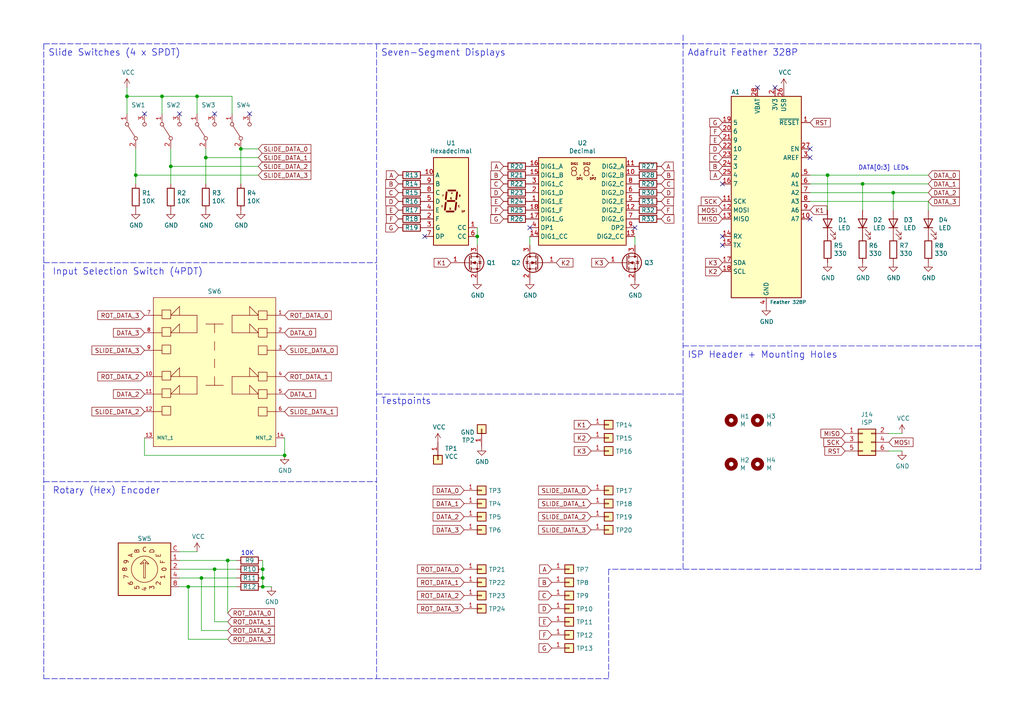
<source format=kicad_sch>
(kicad_sch (version 20211123) (generator eeschema)
  (paper "A4")
  (title_block (title "M5TC-2022-U4BN") (date "2022-02-23") (rev "v1.0") (company "M5 Makerspace") (comment 3 "LICENSE: CC BY 4.0") (comment 4 "Authors: Akshat Sahay, Chris Caron"))
  (lib_symbols
    (symbol "4PDT:EG4208A" (pin_names (offset 1.016))
      (property "Reference" "SW" (at 0 7.62 0))
      (property "Value" "EG4208A" (at 0 10.16 0))
      (symbol "EG4208A_1_1"
        (pin passive line (at 43.18 0 180) (length 2.54) (name "1") (number "1"))
        (pin passive line (at 2.54 -17.78 0) (length 2.54) (name "10") (number "10"))
        (pin passive line (at 2.54 -22.86 0) (length 2.54) (name "11") (number "11"))
        (pin passive line (at 2.54 -27.94 0) (length 2.54) (name "12") (number "12"))
        (pin passive line (at 2.54 -35.56 0) (length 2.54) (name "MNT_1") (number "13"))
        (pin passive line (at 43.18 -35.56 180) (length 2.54) (name "MNT_2") (number "14"))
        (pin passive line (at 43.18 -5.08 180) (length 2.54) (name "2") (number "2"))
        (pin passive line (at 43.18 -10.16 180) (length 2.54) (name "3") (number "3"))
        (pin passive line (at 43.18 -17.78 180) (length 2.54) (name "4") (number "4"))
        (pin passive line (at 43.18 -22.86 180) (length 2.54) (name "5") (number "5"))
        (pin passive line (at 43.18 -27.94 180) (length 2.54) (name "6") (number "6"))
        (pin passive line (at 2.54 0 0) (length 2.54) (name "7") (number "7"))
        (pin passive line (at 2.54 -5.08 0) (length 2.54) (name "8") (number "8"))
        (pin passive line (at 2.54 -10.16 0) (length 2.54) (name "9") (number "9"))
      )
    )
    (symbol "Connector_Generic:Conn_01x01" (pin_names (offset 1.016) hide)
      (property "Reference" "J" (at 0 2.54 0))
      (property "Value" "Conn_01x01" (at 0 -2.54 0))
      (symbol "Conn_01x01_1_1"
        (pin passive line (at -5.08 0 0) (length 3.81) (name "Pin_1") (number "1"))
      )
    )
    (symbol "Connector_Generic:Conn_02x03_Odd_Even" (pin_names (offset 1.016) hide)
      (property "Reference" "J" (at 1.27 5.08 0))
      (property "Value" "Conn_02x03_Odd_Even" (at 1.27 -5.08 0))
      (symbol "Conn_02x03_Odd_Even_1_1"
        (pin passive line (at -5.08 2.54 0) (length 3.81) (name "Pin_1") (number "1"))
        (pin passive line (at 7.62 2.54 180) (length 3.81) (name "Pin_2") (number "2"))
        (pin passive line (at -5.08 0 0) (length 3.81) (name "Pin_3") (number "3"))
        (pin passive line (at 7.62 0 180) (length 3.81) (name "Pin_4") (number "4"))
        (pin passive line (at -5.08 -2.54 0) (length 3.81) (name "Pin_5") (number "5"))
        (pin passive line (at 7.62 -2.54 180) (length 3.81) (name "Pin_6") (number "6"))
      )
    )
    (symbol "Device:LED" (pin_numbers hide) (pin_names (offset 1.016) hide)
      (property "Reference" "D" (at 0 2.54 0))
      (property "Value" "LED" (at 0 -2.54 0))
      (symbol "LED_1_1"
        (pin passive line (at -3.81 0 0) (length 2.54) (name "K") (number "1"))
        (pin passive line (at 3.81 0 180) (length 2.54) (name "A") (number "2"))
      )
    )
    (symbol "Device:R" (pin_numbers hide) (pin_names (offset 0))
      (property "Reference" "R" (at 2.032 0 90))
      (property "Value" "R" (at 0 0 90))
      (symbol "R_1_1"
        (pin passive line (at 0 3.81 270) (length 1.27) (name "~") (number "1"))
        (pin passive line (at 0 -3.81 90) (length 1.27) (name "~") (number "2"))
      )
    )
    (symbol "Display_Character:DC56-11SURKWA"
      (property "Reference" "U" (at -11.43 13.97 0))
      (property "Value" "DC56-11SURKWA" (at 12.065 13.97 0))
      (symbol "DC56-11SURKWA_0_0"
        (text "8.8." (at 0 8.636 0) (effects (font (size 2.54 2.54))))
        (text "DIG1" (at -2.286 10.922 0) (effects (font (size 0.635 0.635))))
        (text "DIG2" (at 1.27 10.922 0) (effects (font (size 0.635 0.635))))
        (text "DP1" (at -0.762 6.604 0) (effects (font (size 0.635 0.635))))
        (text "DP2" (at 3.048 6.604 0) (effects (font (size 0.635 0.635))))
      )
      (symbol "DC56-11SURKWA_1_1"
        (pin input line (at -15.24 0 0) (length 2.54) (name "DIG1_E") (number "1"))
        (pin input line (at 15.24 7.62 180) (length 2.54) (name "DIG2_B") (number "10"))
        (pin input line (at 15.24 10.16 180) (length 2.54) (name "DIG2_A") (number "11"))
        (pin input line (at 15.24 -2.54 180) (length 2.54) (name "DIG2_F") (number "12"))
        (pin input line (at 15.24 -10.16 180) (length 2.54) (name "DIG2_CC") (number "13"))
        (pin input line (at -15.24 -10.16 0) (length 2.54) (name "DIG1_CC") (number "14"))
        (pin input line (at -15.24 7.62 0) (length 2.54) (name "DIG1_B") (number "15"))
        (pin input line (at -15.24 10.16 0) (length 2.54) (name "DIG1_A") (number "16"))
        (pin input line (at -15.24 -5.08 0) (length 2.54) (name "DIG1_G") (number "17"))
        (pin input line (at -15.24 -2.54 0) (length 2.54) (name "DIG1_F") (number "18"))
        (pin input line (at -15.24 2.54 0) (length 2.54) (name "DIG1_D") (number "2"))
        (pin input line (at -15.24 5.08 0) (length 2.54) (name "DIG1_C") (number "3"))
        (pin input line (at -15.24 -7.62 0) (length 2.54) (name "DP1") (number "4"))
        (pin input line (at 15.24 0 180) (length 2.54) (name "DIG2_E") (number "5"))
        (pin input line (at 15.24 2.54 180) (length 2.54) (name "DIG2_D") (number "6"))
        (pin input line (at 15.24 -5.08 180) (length 2.54) (name "DIG2_G") (number "7"))
        (pin input line (at 15.24 5.08 180) (length 2.54) (name "DIG2_C") (number "8"))
        (pin input line (at 15.24 -7.62 180) (length 2.54) (name "DP2") (number "9"))
      )
    )
    (symbol "Display_Character:HDSP-7503"
      (property "Reference" "U" (at -3.81 13.97 0))
      (property "Value" "HDSP-7503" (at 6.35 13.97 0))
      (symbol "HDSP-7503_1_0"
        (text "A" (at 0.254 2.413 0) (effects (font (size 0.508 0.508))))
        (text "B" (at 2.54 1.651 0) (effects (font (size 0.508 0.508))))
        (text "C" (at 2.286 -1.397 0) (effects (font (size 0.508 0.508))))
        (text "D" (at -0.254 -2.159 0) (effects (font (size 0.508 0.508))))
        (text "DP" (at 3.556 -2.921 0) (effects (font (size 0.508 0.508))))
        (text "E" (at -2.54 -1.397 0) (effects (font (size 0.508 0.508))))
        (text "F" (at -2.286 1.651 0) (effects (font (size 0.508 0.508))))
        (text "G" (at 0 0.889 0) (effects (font (size 0.508 0.508))))
      )
      (symbol "HDSP-7503_1_1"
        (pin input line (at 7.62 -7.62 180) (length 2.54) (name "CC") (number "1"))
        (pin input line (at -7.62 7.62 0) (length 2.54) (name "A") (number "10"))
        (pin input line (at -7.62 -5.08 0) (length 2.54) (name "F") (number "2"))
        (pin input line (at -7.62 -7.62 0) (length 2.54) (name "G") (number "3"))
        (pin input line (at -7.62 -2.54 0) (length 2.54) (name "E") (number "4"))
        (pin input line (at -7.62 0 0) (length 2.54) (name "D") (number "5"))
        (pin input line (at 7.62 -10.16 180) (length 2.54) (name "CC") (number "6"))
        (pin input line (at -7.62 -10.16 0) (length 2.54) (name "DP") (number "7"))
        (pin input line (at -7.62 2.54 0) (length 2.54) (name "C") (number "8"))
        (pin input line (at -7.62 5.08 0) (length 2.54) (name "B") (number "9"))
      )
    )
    (symbol "MCU_Module_Feather:Adafruit_Feather_328P"
      (property "Reference" "A" (at -10.16 29.21 0))
      (property "Value" "Adafruit_Feather_328P" (at 2.54 -31.75 0))
      (symbol "Adafruit_Feather_328P_1_1"
        (pin input line (at 12.7 20.32 180) (length 2.54) (name "~{RESET}") (number "1"))
        (pin bidirectional line (at 12.7 -7.62 180) (length 2.54) (name "A7") (number "10"))
        (pin bidirectional line (at -12.7 -2.54 0) (length 2.54) (name "SCK") (number "11"))
        (pin bidirectional line (at -12.7 -5.08 0) (length 2.54) (name "MOSI") (number "12"))
        (pin bidirectional line (at -12.7 -7.62 0) (length 2.54) (name "MISO") (number "13"))
        (pin bidirectional line (at -12.7 -12.7 0) (length 2.54) (name "RX") (number "14"))
        (pin bidirectional line (at -12.7 -15.24 0) (length 2.54) (name "TX") (number "15"))
        (pin bidirectional line (at -12.7 2.54 0) (length 2.54) (name "7") (number "16"))
        (pin bidirectional line (at -12.7 -20.32 0) (length 2.54) (name "SDA") (number "17"))
        (pin bidirectional line (at -12.7 -22.86 0) (length 2.54) (name "SCL") (number "18"))
        (pin bidirectional line (at -12.7 20.32 0) (length 2.54) (name "5") (number "19"))
        (pin power_in line (at 2.54 30.48 270) (length 2.54) (name "3V3") (number "2"))
        (pin bidirectional line (at -12.7 17.78 0) (length 2.54) (name "6") (number "20"))
        (pin bidirectional line (at -12.7 15.24 0) (length 2.54) (name "9") (number "21"))
        (pin bidirectional line (at -12.7 12.7 0) (length 2.54) (name "10") (number "22"))
        (pin bidirectional line (at -12.7 10.16 0) (length 2.54) (name "2") (number "23"))
        (pin bidirectional line (at -12.7 7.62 0) (length 2.54) (name "3") (number "24"))
        (pin bidirectional line (at -12.7 5.08 0) (length 2.54) (name "4") (number "25"))
        (pin power_in line (at 5.08 30.48 270) (length 2.54) (name "USB") (number "26"))
        (pin input line (at 12.7 12.7 180) (length 2.54) (name "EN") (number "27"))
        (pin power_in line (at -2.54 30.48 270) (length 2.54) (name "VBAT") (number "28"))
        (pin input line (at 12.7 10.16 180) (length 2.54) (name "AREF") (number "3"))
        (pin power_in line (at 0 -33.02 90) (length 2.54) (name "GND") (number "4"))
        (pin bidirectional line (at 12.7 5.08 180) (length 2.54) (name "A0") (number "5"))
        (pin bidirectional line (at 12.7 2.54 180) (length 2.54) (name "A1") (number "6"))
        (pin bidirectional line (at 12.7 0 180) (length 2.54) (name "A2") (number "7"))
        (pin bidirectional line (at 12.7 -2.54 180) (length 2.54) (name "A3") (number "8"))
        (pin bidirectional line (at 12.7 -5.08 180) (length 2.54) (name "A6") (number "9"))
      )
    )
    (symbol "Mechanical:MountingHole" (pin_names (offset 1.016))
      (property "Reference" "H" (at 0 5.08 0))
      (property "Value" "MountingHole" (at 0 3.175 0))
    )
    (symbol "Switch:SW_Coded_SH-7050" (pin_names hide)
      (property "Reference" "SW" (at -7.62 8.89 0))
      (property "Value" "SW_Coded_SH-7050" (at -7.62 -8.89 0))
      (symbol "SW_Coded_SH-7050_0_0"
        (text "0" (at 5.715 0 2700) (effects (font (size 1.27 1.27))))
        (text "1" (at 5.2832 -2.1844 2475) (effects (font (size 1.27 1.27))))
        (text "2" (at 4.0386 -4.0386 2250) (effects (font (size 1.27 1.27))))
        (text "3" (at 2.1844 -5.2832 2025) (effects (font (size 1.27 1.27))))
        (text "4" (at 0 -5.715 1800) (effects (font (size 1.27 1.27))))
        (text "5" (at -2.1844 -5.2832 1575) (effects (font (size 1.27 1.27))))
        (text "6" (at -4.0386 -4.0386 1350) (effects (font (size 1.27 1.27))))
        (text "7" (at -5.2832 -2.1844 1125) (effects (font (size 1.27 1.27))))
        (text "8" (at -5.715 0 900) (effects (font (size 1.27 1.27))))
        (text "9" (at -5.2832 2.1844 675) (effects (font (size 1.27 1.27))))
        (text "A" (at -4.0386 4.0386 450) (effects (font (size 1.27 1.27))))
        (text "B" (at -2.1844 5.2832 225) (effects (font (size 1.27 1.27))))
        (text "C" (at 0 5.715 0) (effects (font (size 1.27 1.27))))
        (text "D" (at 2.1844 5.2832 3375) (effects (font (size 1.27 1.27))))
        (text "E" (at 4.0386 4.0386 3150) (effects (font (size 1.27 1.27))))
        (text "F" (at 5.2832 2.1844 2925) (effects (font (size 1.27 1.27))))
      )
      (symbol "SW_Coded_SH-7050_1_1"
        (pin passive line (at 10.16 2.54 180) (length 2.54) (name "1") (number "1"))
        (pin passive line (at 10.16 0 180) (length 2.54) (name "2") (number "2"))
        (pin passive line (at 10.16 -2.54 180) (length 2.54) (name "4") (number "4"))
        (pin passive line (at 10.16 -5.08 180) (length 2.54) (name "8") (number "8"))
        (pin passive line (at 10.16 5.08 180) (length 2.54) (name "C") (number "C"))
      )
    )
    (symbol "Switch:SW_SPDT" (pin_names (offset 0) hide)
      (property "Reference" "SW" (at 0 4.318 0))
      (property "Value" "SW_SPDT" (at 0 -5.08 0))
      (symbol "SW_SPDT_1_1"
        (pin passive line (at 5.08 2.54 180) (length 2.54) (name "A") (number "1"))
        (pin passive line (at -5.08 0 0) (length 2.54) (name "B") (number "2"))
        (pin passive line (at 5.08 -2.54 180) (length 2.54) (name "C") (number "3"))
      )
    )
    (symbol "Transistor_FET:2N7002" (pin_names hide)
      (property "Reference" "Q" (at 5.08 1.905 0))
      (property "Value" "2N7002" (at 5.08 0 0))
      (symbol "2N7002_1_1"
        (pin input line (at -5.08 0 0) (length 2.54) (name "G") (number "1"))
        (pin passive line (at 2.54 -5.08 90) (length 2.54) (name "S") (number "2"))
        (pin passive line (at 2.54 5.08 270) (length 2.54) (name "D") (number "3"))
      )
    )
    (symbol "power:GND" (power) (pin_names (offset 0))
      (property "Value" "GND" (at 0 -3.81 0))
      (symbol "GND_1_1"
        (pin power_in line (at 0 0 270) (length 0) hide (name "GND") (number "1"))
      )
    )
    (symbol "power:VCC" (power) (pin_names (offset 0))
      (property "Value" "VCC" (at 0 3.81 0))
      (symbol "VCC_1_1"
        (pin power_in line (at 0 0 90) (length 0) hide (name "VCC") (number "1"))
      )
    )
  )
  (junction (at 58.42 167.64))
  (junction (at 76.2 170.18))
  (junction (at 57.15 27.94))
  (junction (at 69.85 43.18))
  (junction (at 138.43 68.58))
  (junction (at 76.2 165.1))
  (junction (at 240.03 50.8))
  (junction (at 59.69 45.72))
  (junction (at 54.61 170.18))
  (junction (at 259.08 55.88))
  (junction (at 46.99 27.94))
  (junction (at 82.55 132.08))
  (junction (at 76.2 167.64))
  (junction (at 62.23 165.1))
  (junction (at 36.83 27.94))
  (junction (at 250.19 53.34))
  (junction (at 49.53 48.26))
  (junction (at 39.37 50.8))
  (junction (at 66.04 162.56))
  (no_connect (at 209.55 53.34))
  (no_connect (at 72.39 33.02))
  (no_connect (at 52.07 33.02))
  (no_connect (at 234.95 43.18))
  (no_connect (at 209.55 71.12))
  (no_connect (at 62.23 33.02))
  (no_connect (at 224.79 25.4))
  (no_connect (at 153.67 66.04))
  (no_connect (at 123.19 68.58))
  (no_connect (at 209.55 68.58))
  (no_connect (at 234.95 45.72))
  (no_connect (at 184.15 66.04))
  (no_connect (at 234.95 63.5))
  (no_connect (at 219.71 25.4))
  (no_connect (at 41.91 33.02))
  (wire (pts (xy 234.95 58.42) (xy 269.24 58.42)))
  (wire (pts (xy 66.04 162.56) (xy 68.58 162.56)))
  (polyline (pts (xy 12.7 196.85) (xy 176.53 196.85)))
  (wire (pts (xy 74.93 43.18) (xy 69.85 43.18)))
  (wire (pts (xy 250.19 53.34) (xy 250.19 60.96)))
  (wire (pts (xy 52.07 167.64) (xy 58.42 167.64)))
  (wire (pts (xy 57.15 27.94) (xy 57.15 33.02)))
  (wire (pts (xy 153.67 68.58) (xy 153.67 71.12)))
  (wire (pts (xy 234.95 55.88) (xy 259.08 55.88)))
  (polyline (pts (xy 109.22 114.3) (xy 198.12 114.3)))
  (wire (pts (xy 82.55 127) (xy 82.55 132.08)))
  (wire (pts (xy 52.07 162.56) (xy 66.04 162.56)))
  (wire (pts (xy 36.83 27.94) (xy 36.83 33.02)))
  (wire (pts (xy 67.31 27.94) (xy 57.15 27.94)))
  (polyline (pts (xy 109.22 12.7) (xy 109.22 196.85)))
  (wire (pts (xy 36.83 25.4) (xy 36.83 27.94)))
  (wire (pts (xy 62.23 180.34) (xy 66.04 180.34)))
  (polyline (pts (xy 176.53 165.1) (xy 176.53 196.85)))
  (wire (pts (xy 138.43 66.04) (xy 138.43 68.58)))
  (wire (pts (xy 57.15 160.02) (xy 52.07 160.02)))
  (wire (pts (xy 46.99 27.94) (xy 46.99 33.02)))
  (wire (pts (xy 240.03 50.8) (xy 240.03 60.96)))
  (wire (pts (xy 54.61 185.42) (xy 66.04 185.42)))
  (wire (pts (xy 59.69 43.18) (xy 59.69 45.72)))
  (wire (pts (xy 259.08 55.88) (xy 269.24 55.88)))
  (wire (pts (xy 52.07 165.1) (xy 62.23 165.1)))
  (wire (pts (xy 257.81 130.81) (xy 261.62 130.81)))
  (wire (pts (xy 240.03 50.8) (xy 269.24 50.8)))
  (wire (pts (xy 234.95 53.34) (xy 250.19 53.34)))
  (wire (pts (xy 74.93 50.8) (xy 39.37 50.8)))
  (wire (pts (xy 67.31 27.94) (xy 67.31 33.02)))
  (wire (pts (xy 54.61 170.18) (xy 68.58 170.18)))
  (polyline (pts (xy 284.48 165.1) (xy 176.53 165.1)))
  (wire (pts (xy 261.62 125.73) (xy 257.81 125.73)))
  (wire (pts (xy 76.2 170.18) (xy 76.2 167.64)))
  (polyline (pts (xy 12.7 12.7) (xy 12.7 196.85)))
  (wire (pts (xy 39.37 43.18) (xy 39.37 50.8)))
  (wire (pts (xy 74.93 45.72) (xy 59.69 45.72)))
  (wire (pts (xy 184.15 68.58) (xy 184.15 71.12)))
  (wire (pts (xy 82.55 132.08) (xy 41.91 132.08)))
  (wire (pts (xy 66.04 162.56) (xy 66.04 177.8)))
  (wire (pts (xy 62.23 165.1) (xy 62.23 180.34)))
  (polyline (pts (xy 12.7 139.7) (xy 109.22 139.7)))
  (wire (pts (xy 259.08 55.88) (xy 259.08 60.96)))
  (polyline (pts (xy 198.12 100.33) (xy 284.48 100.33)))
  (wire (pts (xy 58.42 167.64) (xy 58.42 182.88)))
  (wire (pts (xy 76.2 170.18) (xy 78.74 170.18)))
  (wire (pts (xy 36.83 27.94) (xy 46.99 27.94)))
  (wire (pts (xy 74.93 48.26) (xy 49.53 48.26)))
  (wire (pts (xy 54.61 170.18) (xy 54.61 185.42)))
  (polyline (pts (xy 198.12 10.16) (xy 198.12 165.1)))
  (polyline (pts (xy 12.7 76.2) (xy 109.22 76.2)))
  (wire (pts (xy 39.37 50.8) (xy 39.37 53.34)))
  (wire (pts (xy 58.42 167.64) (xy 68.58 167.64)))
  (polyline (pts (xy 12.7 12.7) (xy 284.48 12.7)))
  (wire (pts (xy 59.69 45.72) (xy 59.69 53.34)))
  (wire (pts (xy 46.99 27.94) (xy 57.15 27.94)))
  (wire (pts (xy 49.53 48.26) (xy 49.53 53.34)))
  (wire (pts (xy 138.43 71.12) (xy 138.43 68.58)))
  (wire (pts (xy 234.95 50.8) (xy 240.03 50.8)))
  (wire (pts (xy 62.23 165.1) (xy 68.58 165.1)))
  (wire (pts (xy 76.2 165.1) (xy 76.2 162.56)))
  (wire (pts (xy 58.42 182.88) (xy 66.04 182.88)))
  (wire (pts (xy 250.19 53.34) (xy 269.24 53.34)))
  (polyline (pts (xy 284.48 12.7) (xy 284.48 165.1)))
  (wire (pts (xy 52.07 170.18) (xy 54.61 170.18)))
  (wire (pts (xy 49.53 43.18) (xy 49.53 48.26)))
  (wire (pts (xy 69.85 43.18) (xy 69.85 53.34)))
  (wire (pts (xy 76.2 167.64) (xy 76.2 165.1)))
  (wire (pts (xy 269.24 58.42) (xy 269.24 60.96)))
  (wire (pts (xy 41.91 127) (xy 41.91 132.08)))
  (text "Seven-Segment Displays" (at 110.49 16.51 0) (effects (font (size 1.905 1.905)) (justify left bottom)))
  (text "DATA[0:3] LEDs" (at 248.92 49.53 0) (effects (font (size 1.27 1.27)) (justify left bottom)))
  (text "Adafruit Feather 328P" (at 199.39 16.51 0) (effects (font (size 1.905 1.905)) (justify left bottom)))
  (text "Rotary (Hex) Encoder " (at 15.24 143.51 0) (effects (font (size 1.905 1.905)) (justify left bottom)))
  (text "10K\n" (at 69.85 161.29 0) (effects (font (size 1.27 1.27)) (justify left bottom)))
  (text "Slide Switches (4 x SPDT)" (at 13.97 16.51 0) (effects (font (size 1.905 1.905)) (justify left bottom)))
  (text "Input Selection Switch (4PDT)" (at 15.24 80.01 0) (effects (font (size 1.905 1.905)) (justify left bottom)))
  (text "Testpoints\n\n" (at 110.49 120.65 0) (effects (font (size 1.905 1.905)) (justify left bottom)))
  (text "ISP Header + Mounting Holes" (at 199.39 104.14 0) (effects (font (size 1.905 1.905)) (justify left bottom)))
  (global_label "DATA_0" (shape input) (at 134.62 142.24 180) (property "Intersheet References" "${INTERSHEET_REFS}" (effects hide)))
  (global_label "A" (shape input) (at 209.55 50.8 180) (property "Intersheet References" "${INTERSHEET_REFS}" (effects hide)))
  (global_label "MOSI" (shape input) (at 209.55 60.96 180) (property "Intersheet References" "${INTERSHEET_REFS}" (effects hide)))
  (global_label "F" (shape input) (at 146.05 60.96 180) (property "Intersheet References" "${INTERSHEET_REFS}" (effects hide)))
  (global_label "G" (shape input) (at 160.02 187.96 180) (property "Intersheet References" "${INTERSHEET_REFS}" (effects hide)))
  (global_label "DATA_1" (shape input) (at 134.62 146.05 180) (property "Intersheet References" "${INTERSHEET_REFS}" (effects hide)))
  (global_label "B" (shape input) (at 115.57 53.34 180) (property "Intersheet References" "${INTERSHEET_REFS}" (effects hide)))
  (global_label "SLIDE_DATA_2" (shape input) (at 171.45 149.86 180) (property "Intersheet References" "${INTERSHEET_REFS}" (effects hide)))
  (global_label "DATA_3" (shape input) (at 41.91 96.52 180) (property "Intersheet References" "${INTERSHEET_REFS}" (effects hide)))
  (global_label "ROT_DATA_1" (shape input) (at 66.04 180.34 0) (property "Intersheet References" "${INTERSHEET_REFS}" (effects hide)))
  (global_label "SLIDE_DATA_3" (shape input) (at 171.45 153.67 180) (property "Intersheet References" "${INTERSHEET_REFS}" (effects hide)))
  (global_label "SLIDE_DATA_2" (shape input) (at 41.91 119.38 180) (property "Intersheet References" "${INTERSHEET_REFS}" (effects hide)))
  (global_label "K1" (shape input) (at 234.95 60.96 0) (property "Intersheet References" "${INTERSHEET_REFS}" (effects hide)))
  (global_label "DATA_0" (shape input) (at 82.55 96.52 0) (property "Intersheet References" "${INTERSHEET_REFS}" (effects hide)))
  (global_label "ROT_DATA_3" (shape input) (at 41.91 91.44 180) (property "Intersheet References" "${INTERSHEET_REFS}" (effects hide)))
  (global_label "C" (shape input) (at 146.05 53.34 180) (property "Intersheet References" "${INTERSHEET_REFS}" (effects hide)))
  (global_label "A" (shape input) (at 146.05 48.26 180) (property "Intersheet References" "${INTERSHEET_REFS}" (effects hide)))
  (global_label "G" (shape input) (at 191.77 63.5 0) (property "Intersheet References" "${INTERSHEET_REFS}" (effects hide)))
  (global_label "SLIDE_DATA_0" (shape input) (at 82.55 101.6 0) (property "Intersheet References" "${INTERSHEET_REFS}" (effects hide)))
  (global_label "D" (shape input) (at 209.55 43.18 180) (property "Intersheet References" "${INTERSHEET_REFS}" (effects hide)))
  (global_label "ROT_DATA_2" (shape input) (at 66.04 182.88 0) (property "Intersheet References" "${INTERSHEET_REFS}" (effects hide)))
  (global_label "K3" (shape input) (at 209.55 76.2 180) (property "Intersheet References" "${INTERSHEET_REFS}" (effects hide)))
  (global_label "DATA_0" (shape input) (at 269.24 50.8 0) (property "Intersheet References" "${INTERSHEET_REFS}" (effects hide)))
  (global_label "E" (shape input) (at 191.77 58.42 0) (property "Intersheet References" "${INTERSHEET_REFS}" (effects hide)))
  (global_label "G" (shape input) (at 115.57 66.04 180) (property "Intersheet References" "${INTERSHEET_REFS}" (effects hide)))
  (global_label "ROT_DATA_3" (shape input) (at 134.62 176.53 180) (property "Intersheet References" "${INTERSHEET_REFS}" (effects hide)))
  (global_label "SLIDE_DATA_0" (shape input) (at 171.45 142.24 180) (property "Intersheet References" "${INTERSHEET_REFS}" (effects hide)))
  (global_label "K1" (shape input) (at 171.45 123.19 180) (property "Intersheet References" "${INTERSHEET_REFS}" (effects hide)))
  (global_label "DATA_1" (shape input) (at 269.24 53.34 0) (property "Intersheet References" "${INTERSHEET_REFS}" (effects hide)))
  (global_label "K2" (shape input) (at 171.45 127 180) (property "Intersheet References" "${INTERSHEET_REFS}" (effects hide)))
  (global_label "MISO" (shape input) (at 245.11 125.73 180) (property "Intersheet References" "${INTERSHEET_REFS}" (effects hide)))
  (global_label "DATA_2" (shape input) (at 41.91 114.3 180) (property "Intersheet References" "${INTERSHEET_REFS}" (effects hide)))
  (global_label "G" (shape input) (at 146.05 63.5 180) (property "Intersheet References" "${INTERSHEET_REFS}" (effects hide)))
  (global_label "B" (shape input) (at 146.05 50.8 180) (property "Intersheet References" "${INTERSHEET_REFS}" (effects hide)))
  (global_label "E" (shape input) (at 209.55 40.64 180) (property "Intersheet References" "${INTERSHEET_REFS}" (effects hide)))
  (global_label "B" (shape input) (at 160.02 168.91 180) (property "Intersheet References" "${INTERSHEET_REFS}" (effects hide)))
  (global_label "K3" (shape input) (at 176.53 76.2 180) (property "Intersheet References" "${INTERSHEET_REFS}" (effects hide)))
  (global_label "MOSI" (shape input) (at 257.81 128.27 0) (property "Intersheet References" "${INTERSHEET_REFS}" (effects hide)))
  (global_label "F" (shape input) (at 191.77 60.96 0) (property "Intersheet References" "${INTERSHEET_REFS}" (effects hide)))
  (global_label "F" (shape input) (at 115.57 63.5 180) (property "Intersheet References" "${INTERSHEET_REFS}" (effects hide)))
  (global_label "DATA_3" (shape input) (at 134.62 153.67 180) (property "Intersheet References" "${INTERSHEET_REFS}" (effects hide)))
  (global_label "G" (shape input) (at 209.55 35.56 180) (property "Intersheet References" "${INTERSHEET_REFS}" (effects hide)))
  (global_label "C" (shape input) (at 209.55 45.72 180) (property "Intersheet References" "${INTERSHEET_REFS}" (effects hide)))
  (global_label "SLIDE_DATA_2" (shape input) (at 74.93 48.26 0) (property "Intersheet References" "${INTERSHEET_REFS}" (effects hide)))
  (global_label "DATA_3" (shape input) (at 269.24 58.42 0) (property "Intersheet References" "${INTERSHEET_REFS}" (effects hide)))
  (global_label "SLIDE_DATA_1" (shape input) (at 82.55 119.38 0) (property "Intersheet References" "${INTERSHEET_REFS}" (effects hide)))
  (global_label "DATA_2" (shape input) (at 269.24 55.88 0) (property "Intersheet References" "${INTERSHEET_REFS}" (effects hide)))
  (global_label "K1" (shape input) (at 130.81 76.2 180) (property "Intersheet References" "${INTERSHEET_REFS}" (effects hide)))
  (global_label "E" (shape input) (at 146.05 58.42 180) (property "Intersheet References" "${INTERSHEET_REFS}" (effects hide)))
  (global_label "SLIDE_DATA_3" (shape input) (at 74.93 50.8 0) (property "Intersheet References" "${INTERSHEET_REFS}" (effects hide)))
  (global_label "SLIDE_DATA_3" (shape input) (at 41.91 101.6 180) (property "Intersheet References" "${INTERSHEET_REFS}" (effects hide)))
  (global_label "ROT_DATA_1" (shape input) (at 82.55 109.22 0) (property "Intersheet References" "${INTERSHEET_REFS}" (effects hide)))
  (global_label "ROT_DATA_0" (shape input) (at 134.62 165.1 180) (property "Intersheet References" "${INTERSHEET_REFS}" (effects hide)))
  (global_label "C" (shape input) (at 160.02 172.72 180) (property "Intersheet References" "${INTERSHEET_REFS}" (effects hide)))
  (global_label "K3" (shape input) (at 171.45 130.81 180) (property "Intersheet References" "${INTERSHEET_REFS}" (effects hide)))
  (global_label "K2" (shape input) (at 209.55 78.74 180) (property "Intersheet References" "${INTERSHEET_REFS}" (effects hide)))
  (global_label "ROT_DATA_2" (shape input) (at 134.62 172.72 180) (property "Intersheet References" "${INTERSHEET_REFS}" (effects hide)))
  (global_label "SCK" (shape input) (at 209.55 58.42 180) (property "Intersheet References" "${INTERSHEET_REFS}" (effects hide)))
  (global_label "DATA_2" (shape input) (at 134.62 149.86 180) (property "Intersheet References" "${INTERSHEET_REFS}" (effects hide)))
  (global_label "K2" (shape input) (at 161.29 76.2 0) (property "Intersheet References" "${INTERSHEET_REFS}" (effects hide)))
  (global_label "ROT_DATA_1" (shape input) (at 134.62 168.91 180) (property "Intersheet References" "${INTERSHEET_REFS}" (effects hide)))
  (global_label "MISO" (shape input) (at 209.55 63.5 180) (property "Intersheet References" "${INTERSHEET_REFS}" (effects hide)))
  (global_label "ROT_DATA_3" (shape input) (at 66.04 185.42 0) (property "Intersheet References" "${INTERSHEET_REFS}" (effects hide)))
  (global_label "B" (shape input) (at 209.55 48.26 180) (property "Intersheet References" "${INTERSHEET_REFS}" (effects hide)))
  (global_label "RST" (shape input) (at 245.11 130.81 180) (property "Intersheet References" "${INTERSHEET_REFS}" (effects hide)))
  (global_label "F" (shape input) (at 209.55 38.1 180) (property "Intersheet References" "${INTERSHEET_REFS}" (effects hide)))
  (global_label "SLIDE_DATA_1" (shape input) (at 171.45 146.05 180) (property "Intersheet References" "${INTERSHEET_REFS}" (effects hide)))
  (global_label "B" (shape input) (at 191.77 50.8 0) (property "Intersheet References" "${INTERSHEET_REFS}" (effects hide)))
  (global_label "ROT_DATA_0" (shape input) (at 66.04 177.8 0) (property "Intersheet References" "${INTERSHEET_REFS}" (effects hide)))
  (global_label "D" (shape input) (at 160.02 176.53 180) (property "Intersheet References" "${INTERSHEET_REFS}" (effects hide)))
  (global_label "D" (shape input) (at 115.57 58.42 180) (property "Intersheet References" "${INTERSHEET_REFS}" (effects hide)))
  (global_label "C" (shape input) (at 191.77 53.34 0) (property "Intersheet References" "${INTERSHEET_REFS}" (effects hide)))
  (global_label "SCK" (shape input) (at 245.11 128.27 180) (property "Intersheet References" "${INTERSHEET_REFS}" (effects hide)))
  (global_label "D" (shape input) (at 191.77 55.88 0) (property "Intersheet References" "${INTERSHEET_REFS}" (effects hide)))
  (global_label "F" (shape input) (at 160.02 184.15 180) (property "Intersheet References" "${INTERSHEET_REFS}" (effects hide)))
  (global_label "ROT_DATA_0" (shape input) (at 82.55 91.44 0) (property "Intersheet References" "${INTERSHEET_REFS}" (effects hide)))
  (global_label "E" (shape input) (at 160.02 180.34 180) (property "Intersheet References" "${INTERSHEET_REFS}" (effects hide)))
  (global_label "A" (shape input) (at 115.57 50.8 180) (property "Intersheet References" "${INTERSHEET_REFS}" (effects hide)))
  (global_label "RST" (shape input) (at 234.95 35.56 0) (property "Intersheet References" "${INTERSHEET_REFS}" (effects hide)))
  (global_label "DATA_1" (shape input) (at 82.55 114.3 0) (property "Intersheet References" "${INTERSHEET_REFS}" (effects hide)))
  (global_label "SLIDE_DATA_1" (shape input) (at 74.93 45.72 0) (property "Intersheet References" "${INTERSHEET_REFS}" (effects hide)))
  (global_label "E" (shape input) (at 115.57 60.96 180) (property "Intersheet References" "${INTERSHEET_REFS}" (effects hide)))
  (global_label "A" (shape input) (at 191.77 48.26 0) (property "Intersheet References" "${INTERSHEET_REFS}" (effects hide)))
  (global_label "C" (shape input) (at 115.57 55.88 180) (property "Intersheet References" "${INTERSHEET_REFS}" (effects hide)))
  (global_label "SLIDE_DATA_0" (shape input) (at 74.93 43.18 0) (property "Intersheet References" "${INTERSHEET_REFS}" (effects hide)))
  (global_label "ROT_DATA_2" (shape input) (at 41.91 109.22 180) (property "Intersheet References" "${INTERSHEET_REFS}" (effects hide)))
  (global_label "A" (shape input) (at 160.02 165.1 180) (property "Intersheet References" "${INTERSHEET_REFS}" (effects hide)))
  (global_label "D" (shape input) (at 146.05 55.88 180) (property "Intersheet References" "${INTERSHEET_REFS}" (effects hide)))
  (symbol (lib_id "MCU_Module_Feather:Adafruit_Feather_328P") (at 222.25 55.88 0) (unit 1)
    (property "Reference" "A1" (at 213.36 26.67 0))
    (property "Value" "Feather 328P" (at 228.6 87.63 0) (effects (font (size 1.016 1.016))))
    (property "Footprint" "Module_Feather:Adafruit_Feather" (effects hide))
  )
  (symbol (lib_id "power:GND") (at 222.25 88.9 0) (unit 1)
    (property "Reference" "#PWR01" (effects hide))
    (property "Value" "GND" (at 222.377 93.2942 0))
  )
  (symbol (lib_id "Device:LED") (at 240.03 64.77 90) (unit 1)
    (property "Reference" "D1" (at 243.0272 63.7794 90) (effects (justify right)))
    (property "Value" "LED" (at 243.0272 66.0908 90) (effects (justify right)))
    (property "Footprint" "LED_THT:LED_D5.0mm" (effects hide))
  )
  (symbol (lib_id "Device:LED") (at 250.19 64.77 90) (unit 1)
    (property "Reference" "D2" (at 253.1872 63.7794 90) (effects (justify right)))
    (property "Value" "LED" (at 253.1872 66.0908 90) (effects (justify right)))
    (property "Footprint" "LED_THT:LED_D5.0mm" (effects hide))
  )
  (symbol (lib_id "Device:LED") (at 259.08 64.77 90) (unit 1)
    (property "Reference" "D3" (at 262.0772 63.7794 90) (effects (justify right)))
    (property "Value" "LED" (at 262.0772 66.0908 90) (effects (justify right)))
    (property "Footprint" "LED_THT:LED_D5.0mm" (effects hide))
  )
  (symbol (lib_id "Device:LED") (at 269.24 64.77 90) (unit 1)
    (property "Reference" "D4" (at 272.2372 63.7794 90) (effects (justify right)))
    (property "Value" "LED" (at 272.2372 66.0908 90) (effects (justify right)))
    (property "Footprint" "LED_THT:LED_D5.0mm" (effects hide))
  )
  (symbol (lib_id "power:GND") (at 240.03 76.2 0) (unit 1)
    (property "Reference" "#PWR03" (effects hide))
    (property "Value" "GND" (at 240.157 80.5942 0))
  )
  (symbol (lib_id "power:GND") (at 250.19 76.2 0) (unit 1)
    (property "Reference" "#PWR04" (effects hide))
    (property "Value" "GND" (at 250.317 80.5942 0))
  )
  (symbol (lib_id "power:GND") (at 259.08 76.2 0) (unit 1)
    (property "Reference" "#PWR05" (effects hide))
    (property "Value" "GND" (at 259.207 80.5942 0))
  )
  (symbol (lib_id "power:GND") (at 269.24 76.2 0) (unit 1)
    (property "Reference" "#PWR06" (effects hide))
    (property "Value" "GND" (at 269.367 80.5942 0))
  )
  (symbol (lib_id "Device:R") (at 240.03 72.39 0) (unit 1)
    (property "Reference" "R5" (at 241.808 71.2216 0) (effects (justify left)))
    (property "Value" "330" (at 241.808 73.533 0) (effects (justify left)))
    (property "Footprint" "Resistor_SMD:R_1206_3216Metric" (effects hide))
  )
  (symbol (lib_id "Device:R") (at 250.19 72.39 0) (unit 1)
    (property "Reference" "R6" (at 251.968 71.2216 0) (effects (justify left)))
    (property "Value" "330" (at 251.968 73.533 0) (effects (justify left)))
    (property "Footprint" "Resistor_SMD:R_1206_3216Metric" (effects hide))
  )
  (symbol (lib_id "Device:R") (at 259.08 72.39 0) (unit 1)
    (property "Reference" "R7" (at 260.858 71.2216 0) (effects (justify left)))
    (property "Value" "330" (at 260.858 73.533 0) (effects (justify left)))
    (property "Footprint" "Resistor_SMD:R_1206_3216Metric" (effects hide))
  )
  (symbol (lib_id "Device:R") (at 269.24 72.39 0) (unit 1)
    (property "Reference" "R8" (at 271.018 71.2216 0) (effects (justify left)))
    (property "Value" "330" (at 271.018 73.533 0) (effects (justify left)))
    (property "Footprint" "Resistor_SMD:R_1206_3216Metric" (effects hide))
  )
  (symbol (lib_id "Switch:SW_SPDT") (at 39.37 38.1 90) (unit 1)
    (property "Reference" "SW1" (at 38.1 30.48 90) (effects (justify right)))
    (property "Value" "SW_SPDT" (effects hide))
    (property "Footprint" "4PDT_Footprint:E-Switch-EG1218" (effects hide))
  )
  (symbol (lib_id "Switch:SW_SPDT") (at 49.53 38.1 90) (unit 1)
    (property "Reference" "SW2" (at 48.26 30.48 90) (effects (justify right)))
    (property "Value" "SW_SPDT" (effects hide))
    (property "Footprint" "4PDT_Footprint:E-Switch-EG1218" (effects hide))
  )
  (symbol (lib_id "Switch:SW_SPDT") (at 59.69 38.1 90) (unit 1)
    (property "Reference" "SW3" (at 58.42 30.48 90) (effects (justify right)))
    (property "Value" "SW_SPDT" (effects hide))
    (property "Footprint" "4PDT_Footprint:E-Switch-EG1218" (effects hide))
  )
  (symbol (lib_id "Switch:SW_SPDT") (at 69.85 38.1 90) (unit 1)
    (property "Reference" "SW4" (at 68.58 30.48 90) (effects (justify right)))
    (property "Value" "SW_SPDT" (effects hide))
    (property "Footprint" "4PDT_Footprint:E-Switch-EG1218" (effects hide))
  )
  (symbol (lib_id "Device:R") (at 39.37 57.15 0) (unit 1)
    (property "Reference" "R1" (at 41.148 55.9816 0) (effects (justify left)))
    (property "Value" "10K" (at 41.148 58.293 0) (effects (justify left)))
    (property "Footprint" "Resistor_SMD:R_1206_3216Metric" (effects hide))
  )
  (symbol (lib_id "Device:R") (at 49.53 57.15 0) (unit 1)
    (property "Reference" "R2" (at 51.308 55.9816 0) (effects (justify left)))
    (property "Value" "10K" (at 51.308 58.293 0) (effects (justify left)))
    (property "Footprint" "Resistor_SMD:R_1206_3216Metric" (effects hide))
  )
  (symbol (lib_id "Device:R") (at 59.69 57.15 0) (unit 1)
    (property "Reference" "R3" (at 61.468 55.9816 0) (effects (justify left)))
    (property "Value" "10K" (at 61.468 58.293 0) (effects (justify left)))
    (property "Footprint" "Resistor_SMD:R_1206_3216Metric" (effects hide))
  )
  (symbol (lib_id "Device:R") (at 69.85 57.15 0) (unit 1)
    (property "Reference" "R4" (at 71.628 55.9816 0) (effects (justify left)))
    (property "Value" "10K" (at 71.628 58.293 0) (effects (justify left)))
    (property "Footprint" "Resistor_SMD:R_1206_3216Metric" (effects hide))
  )
  (symbol (lib_id "power:GND") (at 39.37 60.96 0) (unit 1)
    (property "Reference" "#PWR08" (effects hide))
    (property "Value" "GND" (at 39.497 65.3542 0))
  )
  (symbol (lib_id "power:GND") (at 49.53 60.96 0) (unit 1)
    (property "Reference" "#PWR09" (effects hide))
    (property "Value" "GND" (at 49.657 65.3542 0))
  )
  (symbol (lib_id "power:GND") (at 59.69 60.96 0) (unit 1)
    (property "Reference" "#PWR010" (effects hide))
    (property "Value" "GND" (at 59.817 65.3542 0))
  )
  (symbol (lib_id "power:GND") (at 69.85 60.96 0) (unit 1)
    (property "Reference" "#PWR011" (effects hide))
    (property "Value" "GND" (at 69.977 65.3542 0))
  )
  (symbol (lib_id "Switch:SW_Coded_SH-7050") (at 41.91 165.1 0) (unit 1)
    (property "Reference" "SW5" (at 41.91 156.21 0))
    (property "Value" "SW_Coded_SH-7050" (effects hide))
    (property "Footprint" "Rotary_Hex_SOIC:Rotary_Hex_6_SOIC" (effects hide))
    (property "Datasheet" "https://www.nidec-copal-electronics.com/e/catalog/switch/sh-7000.pdf" (effects hide))
  )
  (symbol (lib_id "power:VCC") (at 57.15 160.02 0) (unit 1)
    (property "Reference" "#PWR012" (effects hide))
    (property "Value" "VCC" (at 57.531 155.6258 0))
  )
  (symbol (lib_id "4PDT:EG4208A") (at 39.37 91.44 0) (unit 1)
    (property "Reference" "SW6" (at 62.23 84.5058 0))
    (property "Value" "EG4208A" (effects hide))
    (property "Footprint" "4PDT_Footprint:E-Switch-EG4208A-0-0-MFG" (effects hide))
    (property "Datasheet" "https://www.e-switch.com/system/asset/product_line/data_sheet/119/EG.pdf" (effects hide))
    (property "automotive" "No" (effects hide))
    (property "category" "Switch" (effects hide))
    (property "contact resistance" "200mΩ" (effects hide))
    (property "device class L1" "Electromechanical" (effects hide))
    (property "device class L2" "Switches" (effects hide))
    (property "device class L3" "Slide Switches" (effects hide))
    (property "digikey description" "SWITCH SLIDE 4PDT 200MA 30V" (effects hide))
    (property "digikey part number" "EG1949-ND" (effects hide))
    (property "electromechanical life" "10000Cycles" (effects hide))
    (property "footprint url" "http://spec_sheets.e-switch.com/specs/P040281.pdf" (effects hide))
    (property "height" "5.4mm" (effects hide))
    (property "lead free" "Yes" (effects hide))
    (property "library id" "a273138890f6bac5" (effects hide))
    (property "manufacturer" "E-Switch" (effects hide))
    (property "mount" "Through Hole" (effects hide))
    (property "mouser description" "Slide Switches 4P2T SIDE OP PC MNT\r\\n" (effects hide))
    (property "mouser part number" "612-EG4208A" (effects hide))
    (property "package" "SW_4PDT_15MM_6MM_PTH" (effects hide))
    (property "rohs" "Yes" (effects hide))
    (property "standoff height" "0.7mm" (effects hide))
    (property "temperature range high" "+70°C" (effects hide))
    (property "temperature range low" "-20°C" (effects hide))
    (property "throw configuration" "4PDT" (effects hide))
  )
  (symbol (lib_id "power:VCC") (at 36.83 25.4 0) (unit 1)
    (property "Reference" "#PWR0102" (effects hide))
    (property "Value" "VCC" (at 37.211 21.0058 0))
  )
  (symbol (lib_id "power:GND") (at 82.55 132.08 0) (unit 1)
    (property "Reference" "#PWR016" (effects hide))
    (property "Value" "GND" (at 82.677 136.4742 0))
  )
  (symbol (lib_id "Display_Character:HDSP-7503") (at 130.81 58.42 0) (unit 1)
    (property "Reference" "U1" (at 130.81 41.4782 0))
    (property "Value" "Hexadecimal" (at 130.81 43.7896 0))
    (property "Footprint" "Display_7Segment:HDSP-A151" (effects hide))
    (property "Datasheet" "https://docs.broadcom.com/docs/AV02-2553EN" (effects hide))
  )
  (symbol (lib_id "power:VCC") (at 227.33 25.4 0) (unit 1)
    (property "Reference" "#PWR020" (effects hide))
    (property "Value" "VCC" (at 227.711 21.0058 0))
  )
  (symbol (lib_id "Display_Character:DC56-11SURKWA") (at 168.91 58.42 0) (unit 1)
    (property "Reference" "U2" (at 168.91 41.4782 0))
    (property "Value" "Decimal" (at 168.91 43.7896 0))
    (property "Footprint" "Display_7Segment:DA56-11SURKWA" (effects hide))
    (property "Datasheet" "http://www.kingbright.com/attachments/file/psearch/000/00/00/DC56-11SURKWA(Ver.8A).pdf" (effects hide))
  )
  (symbol (lib_id "Transistor_FET:2N7002") (at 135.89 76.2 0) (unit 1)
    (property "Reference" "Q1" (at 141.097 76.2 0) (effects (justify left)))
    (property "Value" "2N7002" (effects hide))
    (property "Footprint" "Package_TO_SOT_SMD:SOT-23" (effects hide))
    (property "Datasheet" "https://www.onsemi.com/pub/Collateral/NDS7002A-D.PDF" (effects hide))
  )
  (symbol (lib_id "Mechanical:MountingHole") (at 219.71 121.92 0) (unit 1)
    (property "Reference" "H3" (at 222.25 120.7516 0) (effects (justify left)))
    (property "Value" "M" (at 222.25 123.063 0) (effects (justify left)))
    (property "Footprint" "MountingHole:MountingHole_5.3mm_M5_Pad_Via" (effects hide))
  )
  (symbol (lib_id "Mechanical:MountingHole") (at 212.09 121.92 0) (unit 1)
    (property "Reference" "H1" (at 214.63 120.7516 0) (effects (justify left)))
    (property "Value" "M" (at 214.63 123.063 0) (effects (justify left)))
    (property "Footprint" "MountingHole:MountingHole_5.3mm_M5_Pad_Via" (effects hide))
  )
  (symbol (lib_id "power:GND") (at 138.43 81.28 0) (unit 1)
    (property "Reference" "#PWR02" (effects hide))
    (property "Value" "GND" (at 138.557 85.6742 0))
  )
  (symbol (lib_id "Mechanical:MountingHole") (at 212.09 134.62 0) (unit 1)
    (property "Reference" "H2" (at 214.63 133.4516 0) (effects (justify left)))
    (property "Value" "M" (at 214.63 135.763 0) (effects (justify left)))
    (property "Footprint" "MountingHole:MountingHole_5.3mm_M5_Pad_Via" (effects hide))
  )
  (symbol (lib_id "Mechanical:MountingHole") (at 219.71 134.62 0) (unit 1)
    (property "Reference" "H4" (at 222.25 133.4516 0) (effects (justify left)))
    (property "Value" "M" (at 222.25 135.763 0) (effects (justify left)))
    (property "Footprint" "MountingHole:MountingHole_5.3mm_M5_Pad_Via" (effects hide))
  )
  (symbol (lib_id "Transistor_FET:2N7002") (at 156.21 76.2 0) (mirror y) (unit 1)
    (property "Reference" "Q2" (at 151.003 76.2 0) (effects (justify left)))
    (property "Value" "2N7002" (effects hide))
    (property "Footprint" "Package_TO_SOT_SMD:SOT-23" (effects hide))
    (property "Datasheet" "https://www.onsemi.com/pub/Collateral/NDS7002A-D.PDF" (effects hide))
  )
  (symbol (lib_id "power:GND") (at 153.67 81.28 0) (unit 1)
    (property "Reference" "#PWR07" (effects hide))
    (property "Value" "GND" (at 153.797 85.6742 0))
  )
  (symbol (lib_id "Transistor_FET:2N7002") (at 181.61 76.2 0) (unit 1)
    (property "Reference" "Q3" (at 186.817 76.2 0) (effects (justify left)))
    (property "Value" "2N7002" (effects hide))
    (property "Footprint" "Package_TO_SOT_SMD:SOT-23" (effects hide))
    (property "Datasheet" "https://www.onsemi.com/pub/Collateral/NDS7002A-D.PDF" (effects hide))
  )
  (symbol (lib_id "power:GND") (at 184.15 81.28 0) (unit 1)
    (property "Reference" "#PWR017" (effects hide))
    (property "Value" "GND" (at 184.277 85.6742 0))
  )
  (symbol (lib_id "Device:R") (at 119.38 50.8 270) (unit 1)
    (property "Reference" "R13" (at 119.38 50.8 90))
    (property "Value" "330" (effects hide))
    (property "Footprint" "Resistor_SMD:R_1206_3216Metric" (effects hide))
  )
  (symbol (lib_id "Device:R") (at 119.38 53.34 270) (unit 1)
    (property "Reference" "R14" (at 119.38 53.34 90))
    (property "Value" "330" (effects hide))
    (property "Footprint" "Resistor_SMD:R_1206_3216Metric" (effects hide))
  )
  (symbol (lib_id "Device:R") (at 119.38 55.88 270) (unit 1)
    (property "Reference" "R15" (at 119.38 55.88 90))
    (property "Value" "330" (effects hide))
    (property "Footprint" "Resistor_SMD:R_1206_3216Metric" (effects hide))
  )
  (symbol (lib_id "Device:R") (at 119.38 58.42 270) (unit 1)
    (property "Reference" "R16" (at 119.38 58.42 90))
    (property "Value" "330" (effects hide))
    (property "Footprint" "Resistor_SMD:R_1206_3216Metric" (effects hide))
  )
  (symbol (lib_id "Device:R") (at 119.38 60.96 270) (unit 1)
    (property "Reference" "R17" (at 119.38 60.96 90))
    (property "Value" "330" (effects hide))
    (property "Footprint" "Resistor_SMD:R_1206_3216Metric" (effects hide))
  )
  (symbol (lib_id "Device:R") (at 119.38 63.5 270) (unit 1)
    (property "Reference" "R18" (at 119.38 63.5 90))
    (property "Value" "330" (effects hide))
    (property "Footprint" "Resistor_SMD:R_1206_3216Metric" (effects hide))
  )
  (symbol (lib_id "Device:R") (at 119.38 66.04 270) (unit 1)
    (property "Reference" "R19" (at 119.38 66.04 90))
    (property "Value" "330" (effects hide))
    (property "Footprint" "Resistor_SMD:R_1206_3216Metric" (effects hide))
  )
  (symbol (lib_id "Device:R") (at 149.86 48.26 270) (unit 1)
    (property "Reference" "R20" (at 149.86 48.26 90))
    (property "Value" "330" (effects hide))
    (property "Footprint" "Resistor_SMD:R_1206_3216Metric" (effects hide))
  )
  (symbol (lib_id "Device:R") (at 149.86 50.8 270) (unit 1)
    (property "Reference" "R21" (at 149.86 50.8 90))
    (property "Value" "330" (effects hide))
    (property "Footprint" "Resistor_SMD:R_1206_3216Metric" (effects hide))
  )
  (symbol (lib_id "Device:R") (at 149.86 53.34 270) (unit 1)
    (property "Reference" "R22" (at 149.86 53.34 90))
    (property "Value" "330" (effects hide))
    (property "Footprint" "Resistor_SMD:R_1206_3216Metric" (effects hide))
  )
  (symbol (lib_id "Device:R") (at 149.86 55.88 270) (unit 1)
    (property "Reference" "R23" (at 149.86 55.88 90))
    (property "Value" "330" (effects hide))
    (property "Footprint" "Resistor_SMD:R_1206_3216Metric" (effects hide))
  )
  (symbol (lib_id "Device:R") (at 149.86 58.42 270) (unit 1)
    (property "Reference" "R24" (at 149.86 58.42 90))
    (property "Value" "330" (effects hide))
    (property "Footprint" "Resistor_SMD:R_1206_3216Metric" (effects hide))
  )
  (symbol (lib_id "Device:R") (at 149.86 60.96 270) (unit 1)
    (property "Reference" "R25" (at 149.86 60.96 90))
    (property "Value" "330" (effects hide))
    (property "Footprint" "Resistor_SMD:R_1206_3216Metric" (effects hide))
  )
  (symbol (lib_id "Device:R") (at 149.86 63.5 270) (unit 1)
    (property "Reference" "R26" (at 149.86 63.5 90))
    (property "Value" "330" (effects hide))
    (property "Footprint" "Resistor_SMD:R_1206_3216Metric" (effects hide))
  )
  (symbol (lib_id "Device:R") (at 72.39 162.56 270) (unit 1)
    (property "Reference" "R9" (at 72.39 162.56 90))
    (property "Value" "10K" (effects hide))
    (property "Footprint" "Resistor_SMD:R_1206_3216Metric" (effects hide))
  )
  (symbol (lib_id "Connector_Generic:Conn_02x03_Odd_Even") (at 250.19 128.27 0) (unit 1)
    (property "Reference" "J14" (at 251.46 120.2182 0))
    (property "Value" "ISP" (at 251.46 122.5296 0))
    (property "Footprint" "Connector_PinSocket_2.54mm:PinSocket_2x03_P2.54mm_Vertical" (effects hide))
  )
  (symbol (lib_id "Device:R") (at 187.96 48.26 270) (unit 1)
    (property "Reference" "R27" (at 187.96 48.26 90))
    (property "Value" "330" (effects hide))
    (property "Footprint" "Resistor_SMD:R_1206_3216Metric" (effects hide))
  )
  (symbol (lib_id "Device:R") (at 187.96 50.8 270) (unit 1)
    (property "Reference" "R28" (at 187.96 50.8 90))
    (property "Value" "330" (effects hide))
    (property "Footprint" "Resistor_SMD:R_1206_3216Metric" (effects hide))
  )
  (symbol (lib_id "Device:R") (at 187.96 53.34 270) (unit 1)
    (property "Reference" "R29" (at 187.96 53.34 90))
    (property "Value" "330" (effects hide))
    (property "Footprint" "Resistor_SMD:R_1206_3216Metric" (effects hide))
  )
  (symbol (lib_id "Device:R") (at 187.96 55.88 270) (unit 1)
    (property "Reference" "R30" (at 187.96 55.88 90))
    (property "Value" "330" (effects hide))
    (property "Footprint" "Resistor_SMD:R_1206_3216Metric" (effects hide))
  )
  (symbol (lib_id "Device:R") (at 187.96 58.42 270) (unit 1)
    (property "Reference" "R31" (at 187.96 58.42 90))
    (property "Value" "330" (effects hide))
    (property "Footprint" "Resistor_SMD:R_1206_3216Metric" (effects hide))
  )
  (symbol (lib_id "Device:R") (at 187.96 60.96 270) (unit 1)
    (property "Reference" "R32" (at 187.96 60.96 90))
    (property "Value" "330" (effects hide))
    (property "Footprint" "Resistor_SMD:R_1206_3216Metric" (effects hide))
  )
  (symbol (lib_id "Device:R") (at 187.96 63.5 270) (unit 1)
    (property "Reference" "R33" (at 187.96 63.5 90))
    (property "Value" "330" (effects hide))
    (property "Footprint" "Resistor_SMD:R_1206_3216Metric" (effects hide))
  )
  (symbol (lib_id "Device:R") (at 72.39 165.1 270) (unit 1)
    (property "Reference" "R10" (at 72.39 165.1 90))
    (property "Value" "10K" (effects hide))
    (property "Footprint" "Resistor_SMD:R_1206_3216Metric" (effects hide))
  )
  (symbol (lib_id "Device:R") (at 72.39 167.64 90) (unit 1)
    (property "Reference" "R11" (at 72.39 167.64 90))
    (property "Value" "10K" (effects hide))
    (property "Footprint" "Resistor_SMD:R_1206_3216Metric" (effects hide))
  )
  (symbol (lib_id "Device:R") (at 72.39 170.18 270) (unit 1)
    (property "Reference" "R12" (at 72.39 170.18 90))
    (property "Value" "10K" (effects hide))
    (property "Footprint" "Resistor_SMD:R_1206_3216Metric" (effects hide))
  )
  (symbol (lib_id "power:GND") (at 78.74 170.18 0) (unit 1)
    (property "Reference" "#PWR013" (effects hide))
    (property "Value" "GND" (at 78.867 174.5742 0))
  )
  (symbol (lib_id "power:VCC") (at 261.62 125.73 0) (unit 1)
    (property "Reference" "#PWR018" (effects hide))
    (property "Value" "VCC" (at 262.001 121.3358 0))
  )
  (symbol (lib_id "power:GND") (at 261.62 130.81 0) (unit 1)
    (property "Reference" "#PWR019" (effects hide))
    (property "Value" "GND" (at 261.747 135.2042 0))
  )
  (symbol (lib_id "Connector_Generic:Conn_01x01") (at 127 133.35 270) (unit 1)
    (property "Reference" "TP1" (at 129.032 130.0988 90) (effects (justify left)))
    (property "Value" "VCC" (at 129.032 132.4102 90) (effects (justify left)))
    (property "Footprint" "Custom_TestPoint:TestPoint_LoopPostPad" (effects hide))
  )
  (symbol (lib_id "Connector_Generic:Conn_01x01") (at 139.7 124.46 90) (unit 1)
    (property "Reference" "TP2" (at 137.668 127.7112 90) (effects (justify left)))
    (property "Value" "GND" (at 137.668 125.3998 90) (effects (justify left)))
    (property "Footprint" "Custom_TestPoint:TestPoint_LoopPostPad" (effects hide))
  )
  (symbol (lib_id "power:VCC") (at 127 128.27 0) (unit 1)
    (property "Reference" "#PWR014" (effects hide))
    (property "Value" "VCC" (at 127.381 123.8758 0))
  )
  (symbol (lib_id "power:GND") (at 139.7 129.54 0) (unit 1)
    (property "Reference" "#PWR015" (effects hide))
    (property "Value" "GND" (at 139.827 133.9342 0))
  )
  (symbol (lib_id "Connector_Generic:Conn_01x01") (at 176.53 123.19 0) (unit 1)
    (property "Reference" "TP14" (at 178.562 123.2916 0) (effects (justify left)))
    (property "Value" "K1" (effects hide))
    (property "Footprint" "Custom_TestPoint:TestPoint_LoopPostPad" (effects hide))
  )
  (symbol (lib_id "Connector_Generic:Conn_01x01") (at 176.53 127 0) (unit 1)
    (property "Reference" "TP15" (at 178.562 127.1016 0) (effects (justify left)))
    (property "Value" "K2" (effects hide))
    (property "Footprint" "Custom_TestPoint:TestPoint_LoopPostPad" (effects hide))
  )
  (symbol (lib_id "Connector_Generic:Conn_01x01") (at 176.53 130.81 0) (unit 1)
    (property "Reference" "TP16" (at 178.562 130.9116 0) (effects (justify left)))
    (property "Value" "K3" (effects hide))
    (property "Footprint" "Custom_TestPoint:TestPoint_LoopPostPad" (effects hide))
  )
  (symbol (lib_id "Connector_Generic:Conn_01x01") (at 139.7 142.24 0) (unit 1)
    (property "Reference" "TP3" (at 141.732 142.3416 0) (effects (justify left)))
    (property "Value" "DATA_0" (effects hide))
    (property "Footprint" "Custom_TestPoint:TestPoint_LoopPostPad" (effects hide))
  )
  (symbol (lib_id "Connector_Generic:Conn_01x01") (at 139.7 146.05 0) (unit 1)
    (property "Reference" "TP4" (at 141.732 146.1516 0) (effects (justify left)))
    (property "Value" "DATA_1" (effects hide))
    (property "Footprint" "Custom_TestPoint:TestPoint_LoopPostPad" (effects hide))
  )
  (symbol (lib_id "Connector_Generic:Conn_01x01") (at 139.7 149.86 0) (unit 1)
    (property "Reference" "TP5" (at 141.732 149.9616 0) (effects (justify left)))
    (property "Value" "DATA_2" (effects hide))
    (property "Footprint" "Custom_TestPoint:TestPoint_LoopPostPad" (effects hide))
  )
  (symbol (lib_id "Connector_Generic:Conn_01x01") (at 139.7 153.67 0) (unit 1)
    (property "Reference" "TP6" (at 141.732 153.7716 0) (effects (justify left)))
    (property "Value" "DATA_3" (effects hide))
    (property "Footprint" "Custom_TestPoint:TestPoint_LoopPostPad" (effects hide))
  )
  (symbol (lib_id "Connector_Generic:Conn_01x01") (at 176.53 142.24 0) (unit 1)
    (property "Reference" "TP17" (at 178.562 142.3416 0) (effects (justify left)))
    (property "Value" "SLIDE_DATA_0" (effects hide))
    (property "Footprint" "Custom_TestPoint:TestPoint_LoopPostPad" (effects hide))
  )
  (symbol (lib_id "Connector_Generic:Conn_01x01") (at 176.53 146.05 0) (unit 1)
    (property "Reference" "TP18" (at 178.562 146.1516 0) (effects (justify left)))
    (property "Value" "SLIDE_DATA_1" (effects hide))
    (property "Footprint" "Custom_TestPoint:TestPoint_LoopPostPad" (effects hide))
  )
  (symbol (lib_id "Connector_Generic:Conn_01x01") (at 176.53 149.86 0) (unit 1)
    (property "Reference" "TP19" (at 178.562 149.9616 0) (effects (justify left)))
    (property "Value" "SLIDE_DATA_2" (effects hide))
    (property "Footprint" "Custom_TestPoint:TestPoint_LoopPostPad" (effects hide))
  )
  (symbol (lib_id "Connector_Generic:Conn_01x01") (at 176.53 153.67 0) (unit 1)
    (property "Reference" "TP20" (at 178.562 153.7716 0) (effects (justify left)))
    (property "Value" "SLIDE_DATA_3" (effects hide))
    (property "Footprint" "Custom_TestPoint:TestPoint_LoopPostPad" (effects hide))
  )
  (symbol (lib_id "Connector_Generic:Conn_01x01") (at 139.7 172.72 0) (unit 1)
    (property "Reference" "TP23" (at 141.732 172.8216 0) (effects (justify left)))
    (property "Value" "ROT_DATA_2" (effects hide))
    (property "Footprint" "Custom_TestPoint:TestPoint_LoopPostPad" (effects hide))
  )
  (symbol (lib_id "Connector_Generic:Conn_01x01") (at 139.7 176.53 0) (unit 1)
    (property "Reference" "TP24" (at 141.732 176.6316 0) (effects (justify left)))
    (property "Value" "ROT_DATA_3" (effects hide))
    (property "Footprint" "Custom_TestPoint:TestPoint_LoopPostPad" (effects hide))
  )
  (symbol (lib_id "Connector_Generic:Conn_01x01") (at 139.7 168.91 0) (unit 1)
    (property "Reference" "TP22" (at 141.732 169.0116 0) (effects (justify left)))
    (property "Value" "ROT_DATA_1" (effects hide))
    (property "Footprint" "Custom_TestPoint:TestPoint_LoopPostPad" (effects hide))
  )
  (symbol (lib_id "Connector_Generic:Conn_01x01") (at 139.7 165.1 0) (unit 1)
    (property "Reference" "TP21" (at 141.732 165.2016 0) (effects (justify left)))
    (property "Value" "ROT_DATA_0" (effects hide))
    (property "Footprint" "Custom_TestPoint:TestPoint_LoopPostPad" (effects hide))
  )
  (symbol (lib_id "Connector_Generic:Conn_01x01") (at 165.1 165.1 0) (unit 1)
    (property "Reference" "TP7" (at 167.132 165.2016 0) (effects (justify left)))
    (property "Value" "Conn_01x01" (effects hide))
    (property "Footprint" "Custom_TestPoint:TestPoint_LoopPost" (effects hide))
  )
  (symbol (lib_id "Connector_Generic:Conn_01x01") (at 165.1 168.91 0) (unit 1)
    (property "Reference" "TP8" (at 167.132 169.0116 0) (effects (justify left)))
    (property "Value" "Conn_01x01" (effects hide))
    (property "Footprint" "Custom_TestPoint:TestPoint_LoopPost" (effects hide))
  )
  (symbol (lib_id "Connector_Generic:Conn_01x01") (at 165.1 172.72 0) (unit 1)
    (property "Reference" "TP9" (at 167.132 172.8216 0) (effects (justify left)))
    (property "Value" "Conn_01x01" (effects hide))
    (property "Footprint" "Custom_TestPoint:TestPoint_LoopPost" (effects hide))
  )
  (symbol (lib_id "Connector_Generic:Conn_01x01") (at 165.1 176.53 0) (unit 1)
    (property "Reference" "TP10" (at 167.132 176.6316 0) (effects (justify left)))
    (property "Value" "Conn_01x01" (effects hide))
    (property "Footprint" "Custom_TestPoint:TestPoint_LoopPost" (effects hide))
  )
  (symbol (lib_id "Connector_Generic:Conn_01x01") (at 165.1 180.34 0) (unit 1)
    (property "Reference" "TP11" (at 167.132 180.4416 0) (effects (justify left)))
    (property "Value" "Conn_01x01" (effects hide))
    (property "Footprint" "Custom_TestPoint:TestPoint_LoopPost" (effects hide))
  )
  (symbol (lib_id "Connector_Generic:Conn_01x01") (at 165.1 184.15 0) (unit 1)
    (property "Reference" "TP12" (at 167.132 184.2516 0) (effects (justify left)))
    (property "Value" "Conn_01x01" (effects hide))
    (property "Footprint" "Custom_TestPoint:TestPoint_LoopPost" (effects hide))
  )
  (symbol (lib_id "Connector_Generic:Conn_01x01") (at 165.1 187.96 0) (unit 1)
    (property "Reference" "TP13" (at 167.132 188.0616 0) (effects (justify left)))
    (property "Value" "Conn_01x01" (effects hide))
    (property "Footprint" "Custom_TestPoint:TestPoint_LoopPost" (effects hide))
  )
)
</source>
